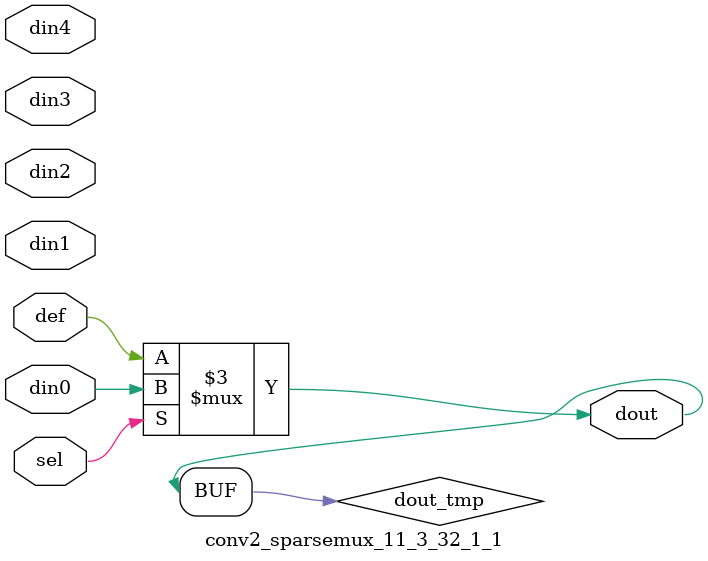
<source format=v>
`timescale 1ns / 1ps

module conv2_sparsemux_11_3_32_1_1 (din0,din1,din2,din3,din4,def,sel,dout);

parameter din0_WIDTH = 1;

parameter din1_WIDTH = 1;

parameter din2_WIDTH = 1;

parameter din3_WIDTH = 1;

parameter din4_WIDTH = 1;

parameter def_WIDTH = 1;
parameter sel_WIDTH = 1;
parameter dout_WIDTH = 1;

parameter [sel_WIDTH-1:0] CASE0 = 1;

parameter [sel_WIDTH-1:0] CASE1 = 1;

parameter [sel_WIDTH-1:0] CASE2 = 1;

parameter [sel_WIDTH-1:0] CASE3 = 1;

parameter [sel_WIDTH-1:0] CASE4 = 1;

parameter ID = 1;
parameter NUM_STAGE = 1;



input [din0_WIDTH-1:0] din0;

input [din1_WIDTH-1:0] din1;

input [din2_WIDTH-1:0] din2;

input [din3_WIDTH-1:0] din3;

input [din4_WIDTH-1:0] din4;

input [def_WIDTH-1:0] def;
input [sel_WIDTH-1:0] sel;

output [dout_WIDTH-1:0] dout;



reg [dout_WIDTH-1:0] dout_tmp;


always @ (*) begin
(* parallel_case *) case (sel)
    
    CASE0 : dout_tmp = din0;
    
    CASE1 : dout_tmp = din1;
    
    CASE2 : dout_tmp = din2;
    
    CASE3 : dout_tmp = din3;
    
    CASE4 : dout_tmp = din4;
    
    default : dout_tmp = def;
endcase
end


assign dout = dout_tmp;



endmodule

</source>
